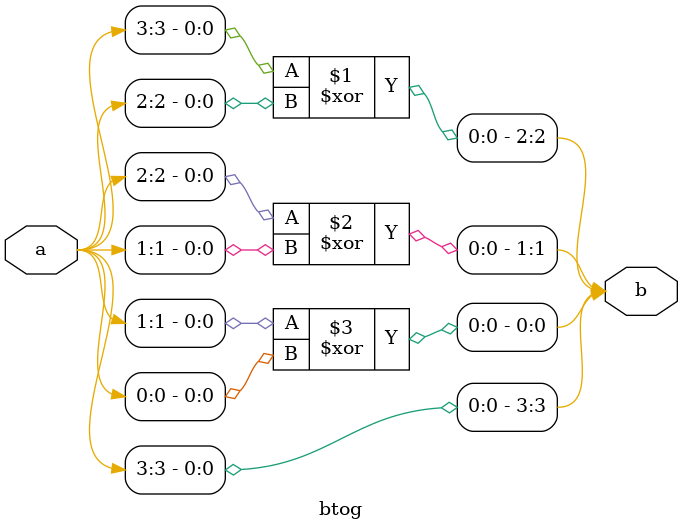
<source format=v>
module btog (
    input [3:0]a,output [3:0]b
);
assign b[3]=a[3];
assign b[2]=a[3]^a[2];
assign b[1]=a[2]^a[1];
assign b[0]=a[1]^a[0];
endmodule
</source>
